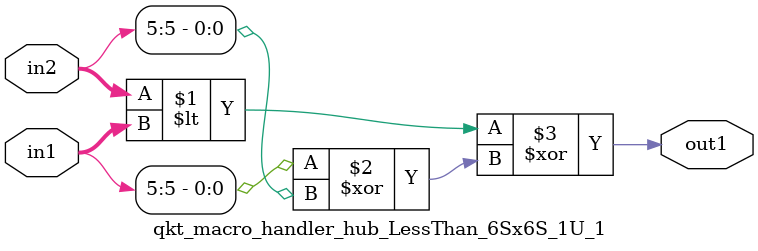
<source format=v>

`timescale 1ps / 1ps


module qkt_macro_handler_hub_LessThan_6Sx6S_1U_1( in2, in1, out1 );

    input [5:0] in2;
    input [5:0] in1;
    output out1;

    
    // rtl_process:qkt_macro_handler_hub_LessThan_6Sx6S_1U_1/qkt_macro_handler_hub_LessThan_6Sx6S_1U_1_thread_1
    assign out1 = (in2 < in1 ^ (in1[5] ^ in2[5]));

endmodule


</source>
